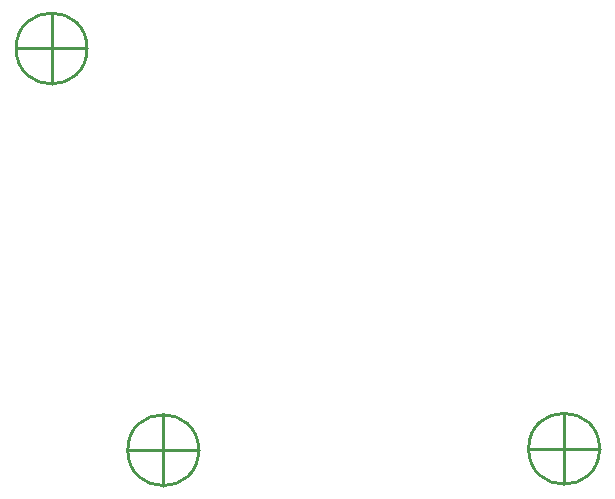
<source format=gbr>
%TF.GenerationSoftware,KiCad,Pcbnew,7.0.1*%
%TF.CreationDate,2023-08-29T20:30:58-03:00*%
%TF.ProjectId,Wakanda_MultiRobot,57616b61-6e64-4615-9f4d-756c7469526f,rev?*%
%TF.SameCoordinates,Original*%
%TF.FileFunction,Legend,Bot*%
%TF.FilePolarity,Positive*%
%FSLAX46Y46*%
G04 Gerber Fmt 4.6, Leading zero omitted, Abs format (unit mm)*
G04 Created by KiCad (PCBNEW 7.0.1) date 2023-08-29 20:30:58*
%MOMM*%
%LPD*%
G01*
G04 APERTURE LIST*
%ADD10C,0.254000*%
G04 APERTURE END LIST*
D10*
%TO.C,P3*%
X183790000Y-97190000D02*
X189790000Y-97190000D01*
X186790000Y-94190000D02*
X186790000Y-100190000D01*
X189790000Y-97190000D02*
G75*
G03*
X189790000Y-97190000I-3000000J0D01*
G01*
%TO.C,P2*%
X149850000Y-97310000D02*
X155850000Y-97310000D01*
X152850000Y-94310000D02*
X152850000Y-100310000D01*
X155850000Y-97310000D02*
G75*
G03*
X155850000Y-97310000I-3000000J0D01*
G01*
%TO.C,P4*%
X140400000Y-63300000D02*
X146400000Y-63300000D01*
X143400000Y-60300000D02*
X143400000Y-66300000D01*
X146400000Y-63300000D02*
G75*
G03*
X146400000Y-63300000I-3000000J0D01*
G01*
%TD*%
M02*

</source>
